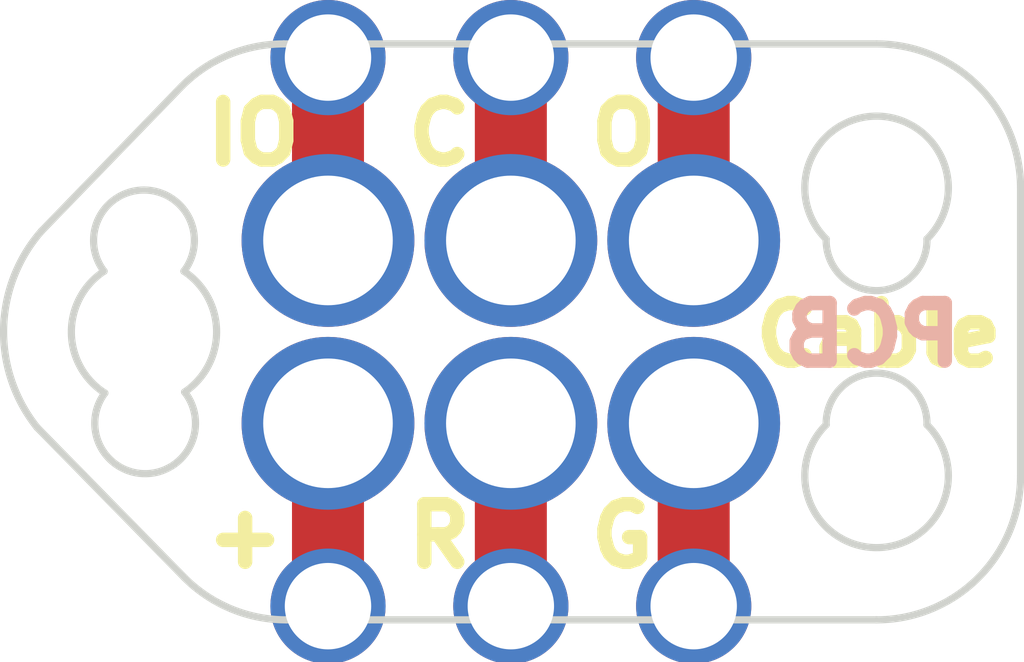
<source format=kicad_pcb>
(kicad_pcb
	(version 20241229)
	(generator "pcbnew")
	(generator_version "9.0")
	(general
		(thickness 1.6)
		(legacy_teardrops no)
	)
	(paper "A4")
	(layers
		(0 "F.Cu" signal)
		(2 "B.Cu" signal)
		(9 "F.Adhes" user "F.Adhesive")
		(11 "B.Adhes" user "B.Adhesive")
		(13 "F.Paste" user)
		(15 "B.Paste" user)
		(5 "F.SilkS" user "F.Silkscreen")
		(7 "B.SilkS" user "B.Silkscreen")
		(1 "F.Mask" user)
		(3 "B.Mask" user)
		(17 "Dwgs.User" user "User.Drawings")
		(19 "Cmts.User" user "User.Comments")
		(21 "Eco1.User" user "User.Eco1")
		(23 "Eco2.User" user "User.Eco2")
		(25 "Edge.Cuts" user)
		(27 "Margin" user)
		(31 "F.CrtYd" user "F.Courtyard")
		(29 "B.CrtYd" user "B.Courtyard")
		(35 "F.Fab" user)
		(33 "B.Fab" user)
		(39 "User.1" user)
		(41 "User.2" user)
		(43 "User.3" user)
		(45 "User.4" user)
	)
	(setup
		(pad_to_mask_clearance 0)
		(allow_soldermask_bridges_in_footprints no)
		(tenting front back)
		(pcbplotparams
			(layerselection 0x00000000_00000000_55555555_5755f5ff)
			(plot_on_all_layers_selection 0x00000000_00000000_00000000_00000000)
			(disableapertmacros no)
			(usegerberextensions no)
			(usegerberattributes yes)
			(usegerberadvancedattributes yes)
			(creategerberjobfile yes)
			(dashed_line_dash_ratio 12.000000)
			(dashed_line_gap_ratio 3.000000)
			(svgprecision 4)
			(plotframeref no)
			(mode 1)
			(useauxorigin no)
			(hpglpennumber 1)
			(hpglpenspeed 20)
			(hpglpendiameter 15.000000)
			(pdf_front_fp_property_popups yes)
			(pdf_back_fp_property_popups yes)
			(pdf_metadata yes)
			(pdf_single_document no)
			(dxfpolygonmode yes)
			(dxfimperialunits yes)
			(dxfusepcbnewfont yes)
			(psnegative no)
			(psa4output no)
			(plot_black_and_white yes)
			(sketchpadsonfab no)
			(plotpadnumbers no)
			(hidednponfab no)
			(sketchdnponfab yes)
			(crossoutdnponfab yes)
			(subtractmaskfromsilk no)
			(outputformat 1)
			(mirror no)
			(drillshape 1)
			(scaleselection 1)
			(outputdirectory "")
		)
	)
	(net 0 "")
	(gr_line
		(start 148.282684 97.695)
		(end 152.399999 97.695001)
		(stroke
			(width 0.05)
			(type default)
		)
		(layer "Edge.Cuts")
		(uuid "027d5622-5998-4587-8cf6-308d1c17ae63")
	)
	(gr_arc
		(start 147.594299 100.11295)
		(mid 147.324419 100.679759)
		(end 147.040304 100.11995)
		(stroke
			(width 0.05)
			(type default)
		)
		(layer "Edge.Cuts")
		(uuid "0ec9628a-9d46-4c30-ac68-902ca1367265")
	)
	(gr_arc
		(start 152.050001 99.05)
		(mid 152.399998 98.196473)
		(end 152.749999 99.049999)
		(stroke
			(width 0.05)
			(type default)
		)
		(layer "Edge.Cuts")
		(uuid "320d2e73-3513-4dd9-8ccd-34692e34456c")
	)
	(gr_arc
		(start 152.749999 100.34)
		(mid 152.399988 101.193518)
		(end 152.050014 100.339984)
		(stroke
			(width 0.05)
			(type default)
		)
		(layer "Edge.Cuts")
		(uuid "3364ee0c-c187-4380-b46b-c139d3490a62")
	)
	(gr_line
		(start 148.3 101.695)
		(end 152.4 101.695)
		(stroke
			(width 0.05)
			(type default)
		)
		(layer "Edge.Cuts")
		(uuid "3670ee9f-1359-4c10-a02d-b415fc0ab2d9")
	)
	(gr_line
		(start 147.592893 101.402107)
		(end 146.569926 100.35906)
		(stroke
			(width 0.05)
			(type default)
		)
		(layer "Edge.Cuts")
		(uuid "38ddb250-174e-422b-bf9d-b29ffd78f869")
	)
	(gr_arc
		(start 148.3 101.695)
		(mid 147.917317 101.61888)
		(end 147.592893 101.402107)
		(stroke
			(width 0.05)
			(type default)
		)
		(layer "Edge.Cuts")
		(uuid "395955a8-e3b2-416e-88d3-3ba4c2dbea65")
	)
	(gr_arc
		(start 152.75 99.05)
		(mid 152.4 99.410143)
		(end 152.05 99.05)
		(stroke
			(width 0.05)
			(type default)
		)
		(layer "Edge.Cuts")
		(uuid "467b39fd-0c8d-452e-91d7-4afceb24f55a")
	)
	(gr_arc
		(start 147.034664 99.273741)
		(mid 147.312001 98.709856)
		(end 147.589335 99.273743)
		(stroke
			(width 0.05)
			(type default)
		)
		(layer "Edge.Cuts")
		(uuid "70f5f6c5-bed8-4403-b0fd-0c518e222622")
	)
	(gr_arc
		(start 152.399999 97.695001)
		(mid 153.107106 97.987894)
		(end 153.399999 98.695001)
		(stroke
			(width 0.05)
			(type default)
		)
		(layer "Edge.Cuts")
		(uuid "a76b27e7-28e4-4635-a4cf-da33b529c657")
	)
	(gr_arc
		(start 152.05 100.34)
		(mid 152.4 99.979857)
		(end 152.75 100.34)
		(stroke
			(width 0.05)
			(type default)
		)
		(layer "Edge.Cuts")
		(uuid "aef80f04-74ee-481c-a96b-d1b0b61aac44")
	)
	(gr_arc
		(start 147.575577 97.987894)
		(mid 147.899999 97.771116)
		(end 148.282684 97.695)
		(stroke
			(width 0.05)
			(type default)
		)
		(layer "Edge.Cuts")
		(uuid "c1d81c17-2499-412d-8b43-514dbe67c4fe")
	)
	(gr_arc
		(start 153.4 100.695)
		(mid 153.107107 101.402107)
		(end 152.4 101.695)
		(stroke
			(width 0.05)
			(type default)
		)
		(layer "Edge.Cuts")
		(uuid "c442589d-7922-4089-8d45-e9b9df9e0df6")
	)
	(gr_line
		(start 153.4 100.695)
		(end 153.399999 98.695001)
		(stroke
			(width 0.05)
			(type default)
		)
		(layer "Edge.Cuts")
		(uuid "d46e5133-31d5-4da7-ab4d-3c411a402a0e")
	)
	(gr_arc
		(start 147.589334 99.273739)
		(mid 147.816347 99.692016)
		(end 147.594299 100.11295)
		(stroke
			(width 0.05)
			(type default)
		)
		(layer "Edge.Cuts")
		(uuid "e0b421f4-786e-4820-901e-fdc625e5128c")
	)
	(gr_arc
		(start 147.040304 100.119918)
		(mid 146.807656 99.698361)
		(end 147.034665 99.273741)
		(stroke
			(width 0.05)
			(type default)
		)
		(layer "Edge.Cuts")
		(uuid "e72f7a7e-850e-46d5-a600-541f4bb5b05d")
	)
	(gr_arc
		(start 146.569926 100.35906)
		(mid 146.337244 99.671569)
		(end 146.6 98.995)
		(stroke
			(width 0.05)
			(type default)
		)
		(layer "Edge.Cuts")
		(uuid "ef6e6e15-0755-4ac8-ad4f-7089f3ff73b6")
	)
	(gr_line
		(start 146.6 98.995)
		(end 147.575577 97.987894)
		(stroke
			(width 0.05)
			(type default)
		)
		(layer "Edge.Cuts")
		(uuid "f7494969-8961-491e-aac7-f7340b50651f")
	)
	(gr_text "O"
		(at 150.368 98.552 0)
		(layer "F.SilkS")
		(uuid "3fe30b3d-d4ff-4959-a343-3ae7efd240da")
		(effects
			(font
				(size 0.4 0.4)
				(thickness 0.1)
				(bold yes)
			)
			(justify left bottom)
		)
	)
	(gr_text "R"
		(at 149.098 101.346 0)
		(layer "F.SilkS")
		(uuid "5fd63b1d-2947-4067-a514-3aa1b33edae5")
		(effects
			(font
				(size 0.4 0.4)
				(thickness 0.1)
				(bold yes)
			)
			(justify left bottom)
		)
	)
	(gr_text "C"
		(at 149.098 98.552 0)
		(layer "F.SilkS")
		(uuid "891f9016-b33f-4819-b2f7-09df3f3c0724")
		(effects
			(font
				(size 0.4 0.4)
				(thickness 0.1)
				(bold yes)
			)
			(justify left bottom)
		)
	)
	(gr_text "+"
		(at 147.701 101.346 0)
		(layer "F.SilkS")
		(uuid "b164bdef-6cb1-4798-a438-ade258f8ccac")
		(effects
			(font
				(size 0.4 0.4)
				(thickness 0.1)
				(bold yes)
			)
			(justify left bottom)
		)
	)
	(gr_text "Cable"
		(at 151.511 99.949 0)
		(layer "F.SilkS")
		(uuid "b2bac3f6-021b-44f7-9546-8c48723fc393")
		(effects
			(font
				(size 0.4 0.4)
				(thickness 0.1)
				(bold yes)
			)
			(justify left bottom)
		)
	)
	(gr_text "IO"
		(at 147.701 98.552 0)
		(layer "F.SilkS")
		(uuid "e0c2aea1-18bf-44be-bd69-5366c5e168ba")
		(effects
			(font
				(size 0.4 0.4)
				(thickness 0.1)
				(bold yes)
			)
			(justify left bottom)
		)
	)
	(gr_text "G"
		(at 150.368 101.346 0)
		(layer "F.SilkS")
		(uuid "ffb267e9-f117-459d-b301-06e0d625a689")
		(effects
			(font
				(size 0.4 0.4)
				(thickness 0.1)
				(bold yes)
			)
			(justify left bottom)
		)
	)
	(gr_text "PCB"
		(at 153.035 99.949 0)
		(layer "B.SilkS")
		(uuid "173094c0-818b-4640-9784-e9f4ca9edff2")
		(effects
			(font
				(size 0.4 0.4)
				(thickness 0.1)
			)
			(justify left bottom mirror)
		)
	)
	(segment
		(start 151.13 97.79)
		(end 151.13 99.06)
		(width 0.5)
		(layer "F.Cu")
		(net 0)
		(uuid "36cd778c-11d0-4b41-88b1-767e705f1591")
	)
	(segment
		(start 149.86 97.79)
		(end 149.86 99.06)
		(width 0.5)
		(layer "F.Cu")
		(net 0)
		(uuid "46eff320-9a64-4f08-b1f5-770d14253a0b")
	)
	(segment
		(start 151.13 100.33)
		(end 151.13 101.6)
		(width 0.5)
		(layer "F.Cu")
		(net 0)
		(uuid "7f7d01a1-8699-4ad5-8cc1-82d2ee15d2d5")
	)
	(segment
		(start 149.86 100.33)
		(end 149.86 101.6)
		(width 0.5)
		(layer "F.Cu")
		(net 0)
		(uuid "97ad9b21-1652-4fd3-ab26-7994a54ba7ae")
	)
	(segment
		(start 148.59 97.79)
		(end 148.59 99.06)
		(width 0.5)
		(layer "F.Cu")
		(net 0)
		(uuid "a1f03f77-f176-4ce3-b483-674615d77185")
	)
	(segment
		(start 148.59 100.33)
		(end 148.59 101.6)
		(width 0.5)
		(layer "F.Cu")
		(net 0)
		(uuid "bb7edae0-dc20-427d-93d0-39efb294143c")
	)
	(via
		(at 151.13 100.33)
		(size 1.2)
		(drill 0.9)
		(layers "F.Cu" "B.Cu")
		(tenting none)
		(net 0)
		(uuid "0a561df1-9627-470f-9960-fe8ab83da35c")
	)
	(via
		(at 149.86 100.33)
		(size 1.2)
		(drill 0.9)
		(layers "F.Cu" "B.Cu")
		(tenting none)
		(net 0)
		(uuid "2f4a59e3-ecb7-4fff-9131-f5dfc5893eff")
	)
	(via
		(at 149.86 99.06)
		(size 1.2)
		(drill 0.9)
		(layers "F.Cu" "B.Cu")
		(tenting none)
		(net 0)
		(uuid "4cd08c4a-110d-45fd-a3ff-b5f7462d8c5b")
	)
	(via
		(at 148.59 100.33)
		(size 1.2)
		(drill 0.9)
		(layers "F.Cu" "B.Cu")
		(tenting none)
		(net 0)
		(uuid "5a7b8dc2-9ca3-439e-8c7d-69344069cc1f")
	)
	(via
		(at 148.59 97.79)
		(size 0.8)
		(drill 0.6)
		(layers "F.Cu" "B.Cu")
		(tenting none)
		(net 0)
		(uuid "8ca9bfcf-e051-44d2-a100-5341d76432fa")
	)
	(via
		(at 151.13 99.06)
		(size 1.2)
		(drill 0.9)
		(layers "F.Cu" "B.Cu")
		(tenting none)
		(net 0)
		(uuid "8f00e0ab-2a67-45b6-977c-8850f7be5243")
	)
	(via
		(at 149.86 101.6)
		(size 0.8)
		(drill 0.6)
		(layers "F.Cu" "B.Cu")
		(tenting none)
		(net 0)
		(uuid "993da036-4adf-4f6a-bf53-70e67f1136a1")
	)
	(via
		(at 148.59 101.6)
		(size 0.8)
		(drill 0.6)
		(layers "F.Cu" "B.Cu")
		(tenting none)
		(net 0)
		(uuid "b749b993-79e6-4a96-b6d0-51db038499d1")
	)
	(via
		(at 149.86 97.79)
		(size 0.8)
		(drill 0.6)
		(layers "F.Cu" "B.Cu")
		(tenting none)
		(net 0)
		(uuid "c58afd71-e4d8-409f-966f-80590232f9a6")
	)
	(via
		(at 151.13 101.6)
		(size 0.8)
		(drill 0.6)
		(layers "F.Cu" "B.Cu")
		(tenting none)
		(net 0)
		(uuid "ca198078-7511-4897-aaee-f2a14e3d84dd")
	)
	(via
		(at 151.13 97.79)
		(size 0.8)
		(drill 0.6)
		(layers "F.Cu" "B.Cu")
		(tenting none)
		(net 0)
		(uuid "ce87f208-651c-4456-aa2b-3de5120eb545")
	)
	(via
		(at 148.59 99.06)
		(size 1.2)
		(drill 0.9)
		(layers "F.Cu" "B.Cu")
		(tenting none)
		(net 0)
		(uuid "fd92cf86-c404-46c2-9261-7971b57792d4")
	)
	(embedded_fonts no)
)

</source>
